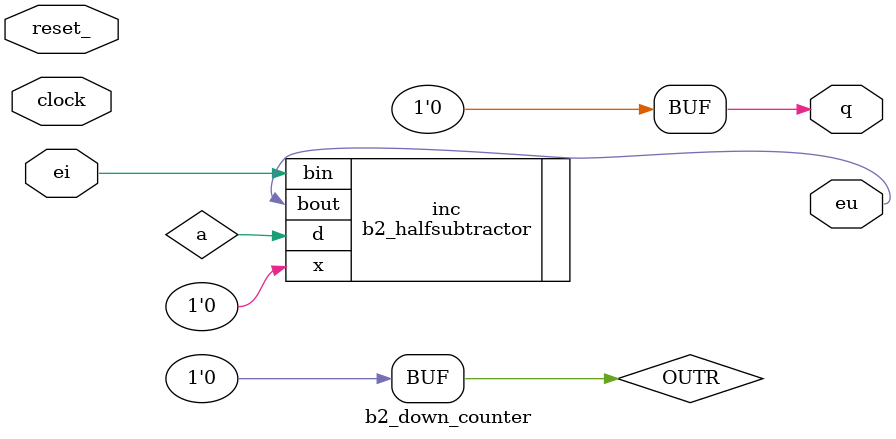
<source format=v>
module b2_down_counter(eu, q, ei, clock, reset_);
  input clock, reset_;
  input ei;
  output eu, q;
  
	reg OUTR;
  assign q = OUTR;	
  
	wire a; // l'uscita del decrementatore
	b2_halfsubtractor inc (
		.x(q), .bin(ei),
		.d(a), .bout(eu)
	);

  always @(reset_ == 0) #1 OUTR <= 0;
  always @(posedge clock) if (reset_==1) #2 OUTR <= a;
endmodule

</source>
